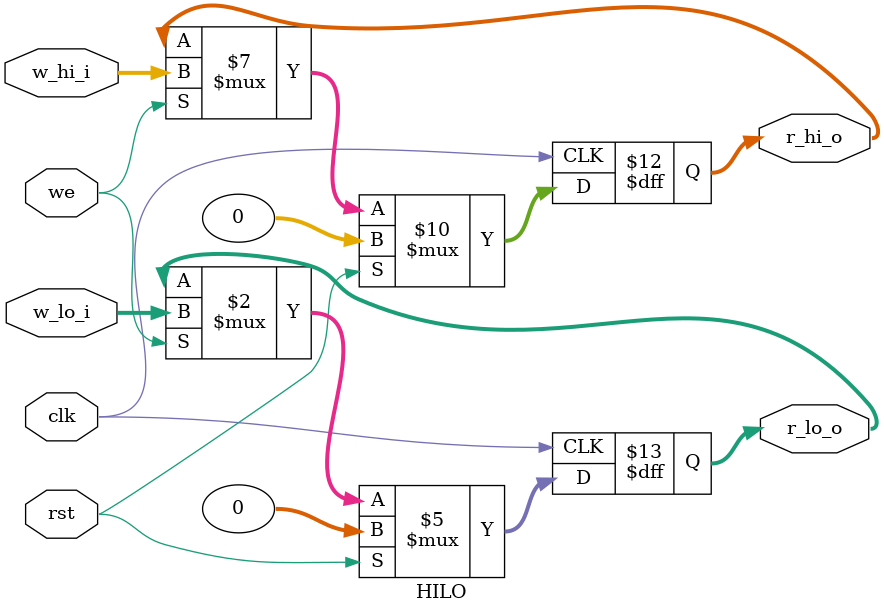
<source format=v>
`include "lib/defines.vh"
module HILO(
    input wire clk,
    input wire rst,
    input wire we,
    input wire [31:0] w_hi_i,
    input wire [31:0] w_lo_i,
    output reg [31:0] r_hi_o,
    output reg [31:0] r_lo_o
    );
    
    always @ (posedge clk) begin 
        if (rst) begin 
            r_hi_o <= 32'b0;
            r_lo_o <= 32'b0 ;
        end 
        else if (we) begin 
            r_hi_o <= w_hi_i;
            r_lo_o <= w_lo_i;
        end
    end 
    
    
endmodule

</source>
